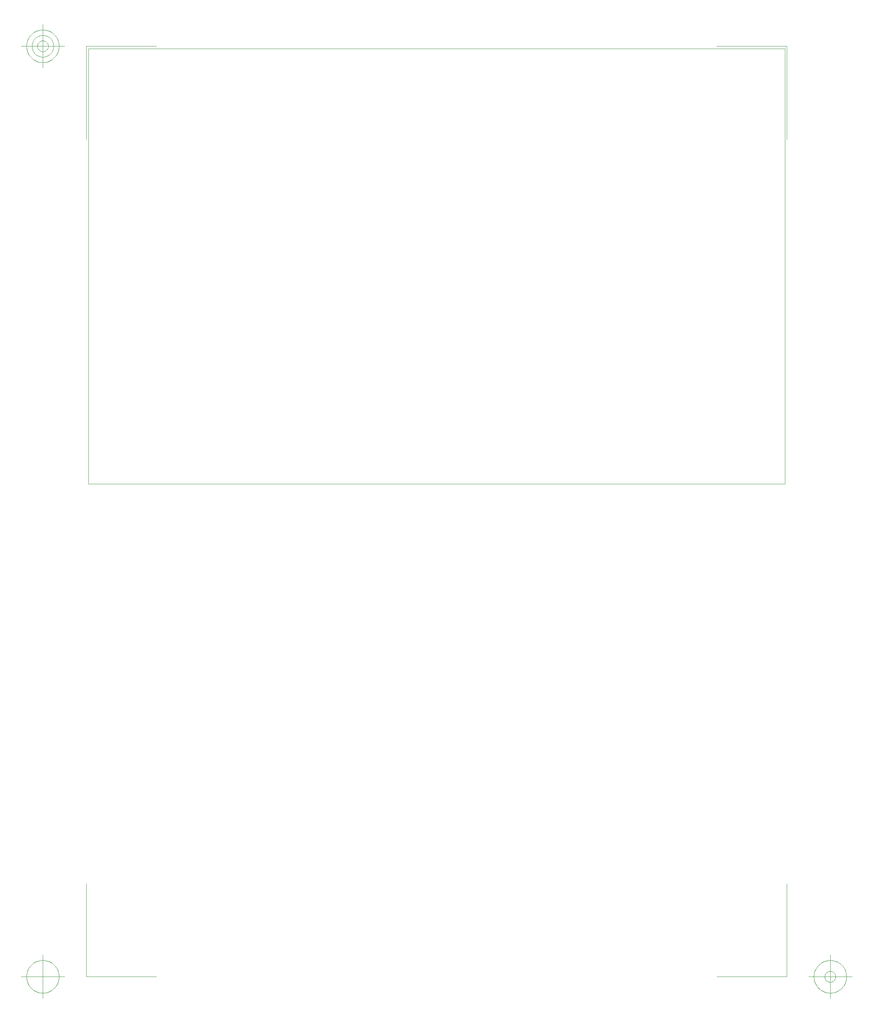
<source format=gbr>
G04 Generated by Ultiboard 10.0 *
%FSLAX25Y25*%
%MOIN*%

%ADD23C,0.00004*%
%ADD22C,0.00394*%


G04 ColorRGB 00FFFF for the following layer *
%LNLeiterplattenumriss*%
%LPD*%
%FSLAX25Y25*%
%MOIN*%
G54D23*
X0Y0D02*
X629921Y0D01*
X629921Y0D02*
X629921Y393701D01*
X629921Y393701D02*
X0Y393701D01*
X0Y393701D02*
X0Y0D01*
X0Y0D02*
X629921Y0D01*
X629921Y0D02*
X629921Y393701D01*
X629921Y393701D02*
X0Y393701D01*
X0Y393701D02*
X0Y0D01*
G54D22*
X-2000Y-445688D02*
X-2000Y-361519D01*
X-2000Y-445688D02*
X61350Y-445688D01*
X631500Y-445688D02*
X568150Y-445688D01*
X631500Y-445688D02*
X631500Y-361519D01*
X631500Y396000D02*
X631500Y311831D01*
X631500Y396000D02*
X568150Y396000D01*
X-2000Y396000D02*
X61350Y396000D01*
X-2000Y396000D02*
X-2000Y311831D01*
X-21685Y-445688D02*
X-61055Y-445688D01*
X-41370Y-465373D02*
X-41370Y-426003D01*
X-26606Y-445688D02*
X-26677Y-444241D01*
X-26677Y-444241D02*
X-26890Y-442807D01*
X-26890Y-442807D02*
X-27242Y-441402D01*
X-27242Y-441402D02*
X-27730Y-440038D01*
X-27730Y-440038D02*
X-28350Y-438728D01*
X-28350Y-438728D02*
X-29094Y-437485D01*
X-29094Y-437485D02*
X-29958Y-436322D01*
X-29958Y-436322D02*
X-30931Y-435248D01*
X-30931Y-435248D02*
X-32004Y-434275D01*
X-32004Y-434275D02*
X-33168Y-433412D01*
X-33168Y-433412D02*
X-34410Y-432667D01*
X-34410Y-432667D02*
X-35720Y-432048D01*
X-35720Y-432048D02*
X-37084Y-431560D01*
X-37084Y-431560D02*
X-38490Y-431208D01*
X-38490Y-431208D02*
X-39923Y-430995D01*
X-39923Y-430995D02*
X-41370Y-430924D01*
X-41370Y-430924D02*
X-42817Y-430995D01*
X-42817Y-430995D02*
X-44250Y-431208D01*
X-44250Y-431208D02*
X-45656Y-431560D01*
X-45656Y-431560D02*
X-47020Y-432048D01*
X-47020Y-432048D02*
X-48330Y-432667D01*
X-48330Y-432667D02*
X-49572Y-433412D01*
X-49572Y-433412D02*
X-50736Y-434275D01*
X-50736Y-434275D02*
X-51810Y-435248D01*
X-51810Y-435248D02*
X-52783Y-436322D01*
X-52783Y-436322D02*
X-53646Y-437485D01*
X-53646Y-437485D02*
X-54391Y-438728D01*
X-54391Y-438728D02*
X-55010Y-440038D01*
X-55010Y-440038D02*
X-55498Y-441402D01*
X-55498Y-441402D02*
X-55850Y-442807D01*
X-55850Y-442807D02*
X-56063Y-444241D01*
X-56063Y-444241D02*
X-56134Y-445688D01*
X-56134Y-445688D02*
X-56063Y-447135D01*
X-56063Y-447135D02*
X-55850Y-448568D01*
X-55850Y-448568D02*
X-55498Y-449973D01*
X-55498Y-449973D02*
X-55010Y-451338D01*
X-55010Y-451338D02*
X-54391Y-452647D01*
X-54391Y-452647D02*
X-53646Y-453890D01*
X-53646Y-453890D02*
X-52783Y-455054D01*
X-52783Y-455054D02*
X-51810Y-456127D01*
X-51810Y-456127D02*
X-50736Y-457100D01*
X-50736Y-457100D02*
X-49572Y-457963D01*
X-49572Y-457963D02*
X-48330Y-458708D01*
X-48330Y-458708D02*
X-47020Y-459328D01*
X-47020Y-459328D02*
X-45656Y-459816D01*
X-45656Y-459816D02*
X-44250Y-460168D01*
X-44250Y-460168D02*
X-42817Y-460380D01*
X-42817Y-460380D02*
X-41370Y-460452D01*
X-41370Y-460452D02*
X-39923Y-460380D01*
X-39923Y-460380D02*
X-38490Y-460168D01*
X-38490Y-460168D02*
X-37084Y-459816D01*
X-37084Y-459816D02*
X-35720Y-459328D01*
X-35720Y-459328D02*
X-34410Y-458708D01*
X-34410Y-458708D02*
X-33168Y-457963D01*
X-33168Y-457963D02*
X-32004Y-457100D01*
X-32004Y-457100D02*
X-30931Y-456127D01*
X-30931Y-456127D02*
X-29958Y-455054D01*
X-29958Y-455054D02*
X-29094Y-453890D01*
X-29094Y-453890D02*
X-28350Y-452647D01*
X-28350Y-452647D02*
X-27730Y-451338D01*
X-27730Y-451338D02*
X-27242Y-449973D01*
X-27242Y-449973D02*
X-26890Y-448568D01*
X-26890Y-448568D02*
X-26677Y-447135D01*
X-26677Y-447135D02*
X-26606Y-445688D01*
X651185Y-445688D02*
X690555Y-445688D01*
X670870Y-465373D02*
X670870Y-426003D01*
X685634Y-445688D02*
X685563Y-444241D01*
X685563Y-444241D02*
X685350Y-442807D01*
X685350Y-442807D02*
X684998Y-441402D01*
X684998Y-441402D02*
X684510Y-440038D01*
X684510Y-440038D02*
X683891Y-438728D01*
X683891Y-438728D02*
X683146Y-437485D01*
X683146Y-437485D02*
X682283Y-436322D01*
X682283Y-436322D02*
X681310Y-435248D01*
X681310Y-435248D02*
X680236Y-434275D01*
X680236Y-434275D02*
X679072Y-433412D01*
X679072Y-433412D02*
X677830Y-432667D01*
X677830Y-432667D02*
X676520Y-432048D01*
X676520Y-432048D02*
X675156Y-431560D01*
X675156Y-431560D02*
X673750Y-431208D01*
X673750Y-431208D02*
X672317Y-430995D01*
X672317Y-430995D02*
X670870Y-430924D01*
X670870Y-430924D02*
X669423Y-430995D01*
X669423Y-430995D02*
X667990Y-431208D01*
X667990Y-431208D02*
X666584Y-431560D01*
X666584Y-431560D02*
X665220Y-432048D01*
X665220Y-432048D02*
X663910Y-432667D01*
X663910Y-432667D02*
X662668Y-433412D01*
X662668Y-433412D02*
X661504Y-434275D01*
X661504Y-434275D02*
X660431Y-435248D01*
X660431Y-435248D02*
X659458Y-436322D01*
X659458Y-436322D02*
X658594Y-437485D01*
X658594Y-437485D02*
X657850Y-438728D01*
X657850Y-438728D02*
X657230Y-440038D01*
X657230Y-440038D02*
X656742Y-441402D01*
X656742Y-441402D02*
X656390Y-442807D01*
X656390Y-442807D02*
X656177Y-444241D01*
X656177Y-444241D02*
X656106Y-445688D01*
X656106Y-445688D02*
X656177Y-447135D01*
X656177Y-447135D02*
X656390Y-448568D01*
X656390Y-448568D02*
X656742Y-449973D01*
X656742Y-449973D02*
X657230Y-451338D01*
X657230Y-451338D02*
X657850Y-452647D01*
X657850Y-452647D02*
X658594Y-453890D01*
X658594Y-453890D02*
X659458Y-455054D01*
X659458Y-455054D02*
X660431Y-456127D01*
X660431Y-456127D02*
X661504Y-457100D01*
X661504Y-457100D02*
X662668Y-457963D01*
X662668Y-457963D02*
X663910Y-458708D01*
X663910Y-458708D02*
X665220Y-459328D01*
X665220Y-459328D02*
X666584Y-459816D01*
X666584Y-459816D02*
X667990Y-460168D01*
X667990Y-460168D02*
X669423Y-460380D01*
X669423Y-460380D02*
X670870Y-460452D01*
X670870Y-460452D02*
X672317Y-460380D01*
X672317Y-460380D02*
X673750Y-460168D01*
X673750Y-460168D02*
X675156Y-459816D01*
X675156Y-459816D02*
X676520Y-459328D01*
X676520Y-459328D02*
X677830Y-458708D01*
X677830Y-458708D02*
X679072Y-457963D01*
X679072Y-457963D02*
X680236Y-457100D01*
X680236Y-457100D02*
X681310Y-456127D01*
X681310Y-456127D02*
X682283Y-455054D01*
X682283Y-455054D02*
X683146Y-453890D01*
X683146Y-453890D02*
X683891Y-452647D01*
X683891Y-452647D02*
X684510Y-451338D01*
X684510Y-451338D02*
X684998Y-449973D01*
X684998Y-449973D02*
X685350Y-448568D01*
X685350Y-448568D02*
X685563Y-447135D01*
X685563Y-447135D02*
X685634Y-445688D01*
X675791Y-445688D02*
X675768Y-445205D01*
X675768Y-445205D02*
X675697Y-444728D01*
X675697Y-444728D02*
X675579Y-444259D01*
X675579Y-444259D02*
X675417Y-443804D01*
X675417Y-443804D02*
X675210Y-443368D01*
X675210Y-443368D02*
X674962Y-442954D01*
X674962Y-442954D02*
X674674Y-442566D01*
X674674Y-442566D02*
X674350Y-442208D01*
X674350Y-442208D02*
X673992Y-441884D01*
X673992Y-441884D02*
X673604Y-441596D01*
X673604Y-441596D02*
X673190Y-441348D01*
X673190Y-441348D02*
X672753Y-441141D01*
X672753Y-441141D02*
X672299Y-440978D01*
X672299Y-440978D02*
X671830Y-440861D01*
X671830Y-440861D02*
X671352Y-440790D01*
X671352Y-440790D02*
X670870Y-440766D01*
X670870Y-440766D02*
X670388Y-440790D01*
X670388Y-440790D02*
X669910Y-440861D01*
X669910Y-440861D02*
X669442Y-440978D01*
X669442Y-440978D02*
X668987Y-441141D01*
X668987Y-441141D02*
X668550Y-441348D01*
X668550Y-441348D02*
X668136Y-441596D01*
X668136Y-441596D02*
X667748Y-441884D01*
X667748Y-441884D02*
X667390Y-442208D01*
X667390Y-442208D02*
X667066Y-442566D01*
X667066Y-442566D02*
X666778Y-442954D01*
X666778Y-442954D02*
X666530Y-443368D01*
X666530Y-443368D02*
X666323Y-443804D01*
X666323Y-443804D02*
X666161Y-444259D01*
X666161Y-444259D02*
X666043Y-444728D01*
X666043Y-444728D02*
X665973Y-445205D01*
X665973Y-445205D02*
X665949Y-445688D01*
X665949Y-445688D02*
X665973Y-446170D01*
X665973Y-446170D02*
X666043Y-446648D01*
X666043Y-446648D02*
X666161Y-447116D01*
X666161Y-447116D02*
X666323Y-447571D01*
X666323Y-447571D02*
X666530Y-448008D01*
X666530Y-448008D02*
X666778Y-448422D01*
X666778Y-448422D02*
X667066Y-448810D01*
X667066Y-448810D02*
X667390Y-449168D01*
X667390Y-449168D02*
X667748Y-449492D01*
X667748Y-449492D02*
X668136Y-449780D01*
X668136Y-449780D02*
X668550Y-450028D01*
X668550Y-450028D02*
X668987Y-450234D01*
X668987Y-450234D02*
X669442Y-450397D01*
X669442Y-450397D02*
X669910Y-450514D01*
X669910Y-450514D02*
X670388Y-450585D01*
X670388Y-450585D02*
X670870Y-450609D01*
X670870Y-450609D02*
X671352Y-450585D01*
X671352Y-450585D02*
X671830Y-450514D01*
X671830Y-450514D02*
X672299Y-450397D01*
X672299Y-450397D02*
X672753Y-450234D01*
X672753Y-450234D02*
X673190Y-450028D01*
X673190Y-450028D02*
X673604Y-449780D01*
X673604Y-449780D02*
X673992Y-449492D01*
X673992Y-449492D02*
X674350Y-449168D01*
X674350Y-449168D02*
X674674Y-448810D01*
X674674Y-448810D02*
X674962Y-448422D01*
X674962Y-448422D02*
X675210Y-448008D01*
X675210Y-448008D02*
X675417Y-447571D01*
X675417Y-447571D02*
X675579Y-447116D01*
X675579Y-447116D02*
X675697Y-446648D01*
X675697Y-446648D02*
X675768Y-446170D01*
X675768Y-446170D02*
X675791Y-445688D01*
X-21685Y396000D02*
X-61055Y396000D01*
X-41370Y376315D02*
X-41370Y415685D01*
X-26606Y396000D02*
X-26677Y397447D01*
X-26677Y397447D02*
X-26890Y398880D01*
X-26890Y398880D02*
X-27242Y400286D01*
X-27242Y400286D02*
X-27730Y401650D01*
X-27730Y401650D02*
X-28350Y402960D01*
X-28350Y402960D02*
X-29094Y404202D01*
X-29094Y404202D02*
X-29958Y405366D01*
X-29958Y405366D02*
X-30931Y406440D01*
X-30931Y406440D02*
X-32004Y407413D01*
X-32004Y407413D02*
X-33168Y408276D01*
X-33168Y408276D02*
X-34410Y409020D01*
X-34410Y409020D02*
X-35720Y409640D01*
X-35720Y409640D02*
X-37084Y410128D01*
X-37084Y410128D02*
X-38490Y410480D01*
X-38490Y410480D02*
X-39923Y410693D01*
X-39923Y410693D02*
X-41370Y410764D01*
X-41370Y410764D02*
X-42817Y410693D01*
X-42817Y410693D02*
X-44250Y410480D01*
X-44250Y410480D02*
X-45656Y410128D01*
X-45656Y410128D02*
X-47020Y409640D01*
X-47020Y409640D02*
X-48330Y409020D01*
X-48330Y409020D02*
X-49572Y408276D01*
X-49572Y408276D02*
X-50736Y407413D01*
X-50736Y407413D02*
X-51810Y406440D01*
X-51810Y406440D02*
X-52783Y405366D01*
X-52783Y405366D02*
X-53646Y404202D01*
X-53646Y404202D02*
X-54391Y402960D01*
X-54391Y402960D02*
X-55010Y401650D01*
X-55010Y401650D02*
X-55498Y400286D01*
X-55498Y400286D02*
X-55850Y398880D01*
X-55850Y398880D02*
X-56063Y397447D01*
X-56063Y397447D02*
X-56134Y396000D01*
X-56134Y396000D02*
X-56063Y394553D01*
X-56063Y394553D02*
X-55850Y393120D01*
X-55850Y393120D02*
X-55498Y391714D01*
X-55498Y391714D02*
X-55010Y390350D01*
X-55010Y390350D02*
X-54391Y389040D01*
X-54391Y389040D02*
X-53646Y387798D01*
X-53646Y387798D02*
X-52783Y386634D01*
X-52783Y386634D02*
X-51810Y385560D01*
X-51810Y385560D02*
X-50736Y384587D01*
X-50736Y384587D02*
X-49572Y383724D01*
X-49572Y383724D02*
X-48330Y382980D01*
X-48330Y382980D02*
X-47020Y382360D01*
X-47020Y382360D02*
X-45656Y381872D01*
X-45656Y381872D02*
X-44250Y381520D01*
X-44250Y381520D02*
X-42817Y381307D01*
X-42817Y381307D02*
X-41370Y381236D01*
X-41370Y381236D02*
X-39923Y381307D01*
X-39923Y381307D02*
X-38490Y381520D01*
X-38490Y381520D02*
X-37084Y381872D01*
X-37084Y381872D02*
X-35720Y382360D01*
X-35720Y382360D02*
X-34410Y382980D01*
X-34410Y382980D02*
X-33168Y383724D01*
X-33168Y383724D02*
X-32004Y384587D01*
X-32004Y384587D02*
X-30931Y385560D01*
X-30931Y385560D02*
X-29958Y386634D01*
X-29958Y386634D02*
X-29094Y387798D01*
X-29094Y387798D02*
X-28350Y389040D01*
X-28350Y389040D02*
X-27730Y390350D01*
X-27730Y390350D02*
X-27242Y391714D01*
X-27242Y391714D02*
X-26890Y393120D01*
X-26890Y393120D02*
X-26677Y394553D01*
X-26677Y394553D02*
X-26606Y396000D01*
X-31528Y396000D02*
X-31575Y396965D01*
X-31575Y396965D02*
X-31717Y397920D01*
X-31717Y397920D02*
X-31951Y398857D01*
X-31951Y398857D02*
X-32277Y399767D01*
X-32277Y399767D02*
X-32690Y400640D01*
X-32690Y400640D02*
X-33186Y401468D01*
X-33186Y401468D02*
X-33762Y402244D01*
X-33762Y402244D02*
X-34410Y402960D01*
X-34410Y402960D02*
X-35126Y403608D01*
X-35126Y403608D02*
X-35902Y404184D01*
X-35902Y404184D02*
X-36730Y404680D01*
X-36730Y404680D02*
X-37604Y405093D01*
X-37604Y405093D02*
X-38513Y405419D01*
X-38513Y405419D02*
X-39450Y405653D01*
X-39450Y405653D02*
X-40405Y405795D01*
X-40405Y405795D02*
X-41370Y405843D01*
X-41370Y405843D02*
X-42335Y405795D01*
X-42335Y405795D02*
X-43290Y405653D01*
X-43290Y405653D02*
X-44227Y405419D01*
X-44227Y405419D02*
X-45137Y405093D01*
X-45137Y405093D02*
X-46010Y404680D01*
X-46010Y404680D02*
X-46838Y404184D01*
X-46838Y404184D02*
X-47614Y403608D01*
X-47614Y403608D02*
X-48330Y402960D01*
X-48330Y402960D02*
X-48978Y402244D01*
X-48978Y402244D02*
X-49554Y401468D01*
X-49554Y401468D02*
X-50050Y400640D01*
X-50050Y400640D02*
X-50463Y399767D01*
X-50463Y399767D02*
X-50789Y398857D01*
X-50789Y398857D02*
X-51023Y397920D01*
X-51023Y397920D02*
X-51165Y396965D01*
X-51165Y396965D02*
X-51213Y396000D01*
X-51213Y396000D02*
X-51165Y395035D01*
X-51165Y395035D02*
X-51023Y394080D01*
X-51023Y394080D02*
X-50789Y393143D01*
X-50789Y393143D02*
X-50463Y392233D01*
X-50463Y392233D02*
X-50050Y391360D01*
X-50050Y391360D02*
X-49554Y390532D01*
X-49554Y390532D02*
X-48978Y389756D01*
X-48978Y389756D02*
X-48330Y389040D01*
X-48330Y389040D02*
X-47614Y388392D01*
X-47614Y388392D02*
X-46838Y387816D01*
X-46838Y387816D02*
X-46010Y387320D01*
X-46010Y387320D02*
X-45137Y386907D01*
X-45137Y386907D02*
X-44227Y386581D01*
X-44227Y386581D02*
X-43290Y386347D01*
X-43290Y386347D02*
X-42335Y386205D01*
X-42335Y386205D02*
X-41370Y386157D01*
X-41370Y386157D02*
X-40405Y386205D01*
X-40405Y386205D02*
X-39450Y386347D01*
X-39450Y386347D02*
X-38513Y386581D01*
X-38513Y386581D02*
X-37604Y386907D01*
X-37604Y386907D02*
X-36730Y387320D01*
X-36730Y387320D02*
X-35902Y387816D01*
X-35902Y387816D02*
X-35126Y388392D01*
X-35126Y388392D02*
X-34410Y389040D01*
X-34410Y389040D02*
X-33762Y389756D01*
X-33762Y389756D02*
X-33186Y390532D01*
X-33186Y390532D02*
X-32690Y391360D01*
X-32690Y391360D02*
X-32277Y392233D01*
X-32277Y392233D02*
X-31951Y393143D01*
X-31951Y393143D02*
X-31717Y394080D01*
X-31717Y394080D02*
X-31575Y395035D01*
X-31575Y395035D02*
X-31528Y396000D01*
X-36449Y396000D02*
X-36473Y396482D01*
X-36473Y396482D02*
X-36543Y396960D01*
X-36543Y396960D02*
X-36661Y397429D01*
X-36661Y397429D02*
X-36823Y397883D01*
X-36823Y397883D02*
X-37030Y398320D01*
X-37030Y398320D02*
X-37278Y398734D01*
X-37278Y398734D02*
X-37566Y399122D01*
X-37566Y399122D02*
X-37890Y399480D01*
X-37890Y399480D02*
X-38248Y399804D01*
X-38248Y399804D02*
X-38636Y400092D01*
X-38636Y400092D02*
X-39050Y400340D01*
X-39050Y400340D02*
X-39487Y400547D01*
X-39487Y400547D02*
X-39942Y400709D01*
X-39942Y400709D02*
X-40410Y400827D01*
X-40410Y400827D02*
X-40888Y400898D01*
X-40888Y400898D02*
X-41370Y400921D01*
X-41370Y400921D02*
X-41852Y400898D01*
X-41852Y400898D02*
X-42330Y400827D01*
X-42330Y400827D02*
X-42799Y400709D01*
X-42799Y400709D02*
X-43253Y400547D01*
X-43253Y400547D02*
X-43690Y400340D01*
X-43690Y400340D02*
X-44104Y400092D01*
X-44104Y400092D02*
X-44492Y399804D01*
X-44492Y399804D02*
X-44850Y399480D01*
X-44850Y399480D02*
X-45174Y399122D01*
X-45174Y399122D02*
X-45462Y398734D01*
X-45462Y398734D02*
X-45710Y398320D01*
X-45710Y398320D02*
X-45917Y397883D01*
X-45917Y397883D02*
X-46079Y397429D01*
X-46079Y397429D02*
X-46197Y396960D01*
X-46197Y396960D02*
X-46268Y396482D01*
X-46268Y396482D02*
X-46291Y396000D01*
X-46291Y396000D02*
X-46268Y395518D01*
X-46268Y395518D02*
X-46197Y395040D01*
X-46197Y395040D02*
X-46079Y394571D01*
X-46079Y394571D02*
X-45917Y394117D01*
X-45917Y394117D02*
X-45710Y393680D01*
X-45710Y393680D02*
X-45462Y393266D01*
X-45462Y393266D02*
X-45174Y392878D01*
X-45174Y392878D02*
X-44850Y392520D01*
X-44850Y392520D02*
X-44492Y392196D01*
X-44492Y392196D02*
X-44104Y391908D01*
X-44104Y391908D02*
X-43690Y391660D01*
X-43690Y391660D02*
X-43253Y391453D01*
X-43253Y391453D02*
X-42799Y391291D01*
X-42799Y391291D02*
X-42330Y391173D01*
X-42330Y391173D02*
X-41852Y391102D01*
X-41852Y391102D02*
X-41370Y391079D01*
X-41370Y391079D02*
X-40888Y391102D01*
X-40888Y391102D02*
X-40410Y391173D01*
X-40410Y391173D02*
X-39942Y391291D01*
X-39942Y391291D02*
X-39487Y391453D01*
X-39487Y391453D02*
X-39050Y391660D01*
X-39050Y391660D02*
X-38636Y391908D01*
X-38636Y391908D02*
X-38248Y392196D01*
X-38248Y392196D02*
X-37890Y392520D01*
X-37890Y392520D02*
X-37566Y392878D01*
X-37566Y392878D02*
X-37278Y393266D01*
X-37278Y393266D02*
X-37030Y393680D01*
X-37030Y393680D02*
X-36823Y394117D01*
X-36823Y394117D02*
X-36661Y394571D01*
X-36661Y394571D02*
X-36543Y395040D01*
X-36543Y395040D02*
X-36473Y395518D01*
X-36473Y395518D02*
X-36449Y396000D01*
X-2000Y-445688D02*
X-2000Y-361519D01*
X-2000Y-445688D02*
X61350Y-445688D01*
X631500Y-445688D02*
X568150Y-445688D01*
X631500Y-445688D02*
X631500Y-361519D01*
X631500Y396000D02*
X631500Y311831D01*
X631500Y396000D02*
X568150Y396000D01*
X-2000Y396000D02*
X61350Y396000D01*
X-2000Y396000D02*
X-2000Y311831D01*
X-21685Y-445688D02*
X-61055Y-445688D01*
X-41370Y-465373D02*
X-41370Y-426003D01*
X-26606Y-445688D02*
X-26677Y-444241D01*
X-26677Y-444241D02*
X-26890Y-442807D01*
X-26890Y-442807D02*
X-27242Y-441402D01*
X-27242Y-441402D02*
X-27730Y-440038D01*
X-27730Y-440038D02*
X-28350Y-438728D01*
X-28350Y-438728D02*
X-29094Y-437485D01*
X-29094Y-437485D02*
X-29958Y-436322D01*
X-29958Y-436322D02*
X-30931Y-435248D01*
X-30931Y-435248D02*
X-32004Y-434275D01*
X-32004Y-434275D02*
X-33168Y-433412D01*
X-33168Y-433412D02*
X-34410Y-432667D01*
X-34410Y-432667D02*
X-35720Y-432048D01*
X-35720Y-432048D02*
X-37084Y-431560D01*
X-37084Y-431560D02*
X-38490Y-431208D01*
X-38490Y-431208D02*
X-39923Y-430995D01*
X-39923Y-430995D02*
X-41370Y-430924D01*
X-41370Y-430924D02*
X-42817Y-430995D01*
X-42817Y-430995D02*
X-44250Y-431208D01*
X-44250Y-431208D02*
X-45656Y-431560D01*
X-45656Y-431560D02*
X-47020Y-432048D01*
X-47020Y-432048D02*
X-48330Y-432667D01*
X-48330Y-432667D02*
X-49572Y-433412D01*
X-49572Y-433412D02*
X-50736Y-434275D01*
X-50736Y-434275D02*
X-51810Y-435248D01*
X-51810Y-435248D02*
X-52783Y-436322D01*
X-52783Y-436322D02*
X-53646Y-437485D01*
X-53646Y-437485D02*
X-54391Y-438728D01*
X-54391Y-438728D02*
X-55010Y-440038D01*
X-55010Y-440038D02*
X-55498Y-441402D01*
X-55498Y-441402D02*
X-55850Y-442807D01*
X-55850Y-442807D02*
X-56063Y-444241D01*
X-56063Y-444241D02*
X-56134Y-445688D01*
X-56134Y-445688D02*
X-56063Y-447135D01*
X-56063Y-447135D02*
X-55850Y-448568D01*
X-55850Y-448568D02*
X-55498Y-449973D01*
X-55498Y-449973D02*
X-55010Y-451338D01*
X-55010Y-451338D02*
X-54391Y-452647D01*
X-54391Y-452647D02*
X-53646Y-453890D01*
X-53646Y-453890D02*
X-52783Y-455054D01*
X-52783Y-455054D02*
X-51810Y-456127D01*
X-51810Y-456127D02*
X-50736Y-457100D01*
X-50736Y-457100D02*
X-49572Y-457963D01*
X-49572Y-457963D02*
X-48330Y-458708D01*
X-48330Y-458708D02*
X-47020Y-459328D01*
X-47020Y-459328D02*
X-45656Y-459816D01*
X-45656Y-459816D02*
X-44250Y-460168D01*
X-44250Y-460168D02*
X-42817Y-460380D01*
X-42817Y-460380D02*
X-41370Y-460452D01*
X-41370Y-460452D02*
X-39923Y-460380D01*
X-39923Y-460380D02*
X-38490Y-460168D01*
X-38490Y-460168D02*
X-37084Y-459816D01*
X-37084Y-459816D02*
X-35720Y-459328D01*
X-35720Y-459328D02*
X-34410Y-458708D01*
X-34410Y-458708D02*
X-33168Y-457963D01*
X-33168Y-457963D02*
X-32004Y-457100D01*
X-32004Y-457100D02*
X-30931Y-456127D01*
X-30931Y-456127D02*
X-29958Y-455054D01*
X-29958Y-455054D02*
X-29094Y-453890D01*
X-29094Y-453890D02*
X-28350Y-452647D01*
X-28350Y-452647D02*
X-27730Y-451338D01*
X-27730Y-451338D02*
X-27242Y-449973D01*
X-27242Y-449973D02*
X-26890Y-448568D01*
X-26890Y-448568D02*
X-26677Y-447135D01*
X-26677Y-447135D02*
X-26606Y-445688D01*
X651185Y-445688D02*
X690555Y-445688D01*
X670870Y-465373D02*
X670870Y-426003D01*
X685634Y-445688D02*
X685563Y-444241D01*
X685563Y-444241D02*
X685350Y-442807D01*
X685350Y-442807D02*
X684998Y-441402D01*
X684998Y-441402D02*
X684510Y-440038D01*
X684510Y-440038D02*
X683891Y-438728D01*
X683891Y-438728D02*
X683146Y-437485D01*
X683146Y-437485D02*
X682283Y-436322D01*
X682283Y-436322D02*
X681310Y-435248D01*
X681310Y-435248D02*
X680236Y-434275D01*
X680236Y-434275D02*
X679072Y-433412D01*
X679072Y-433412D02*
X677830Y-432667D01*
X677830Y-432667D02*
X676520Y-432048D01*
X676520Y-432048D02*
X675156Y-431560D01*
X675156Y-431560D02*
X673750Y-431208D01*
X673750Y-431208D02*
X672317Y-430995D01*
X672317Y-430995D02*
X670870Y-430924D01*
X670870Y-430924D02*
X669423Y-430995D01*
X669423Y-430995D02*
X667990Y-431208D01*
X667990Y-431208D02*
X666584Y-431560D01*
X666584Y-431560D02*
X665220Y-432048D01*
X665220Y-432048D02*
X663910Y-432667D01*
X663910Y-432667D02*
X662668Y-433412D01*
X662668Y-433412D02*
X661504Y-434275D01*
X661504Y-434275D02*
X660431Y-435248D01*
X660431Y-435248D02*
X659458Y-436322D01*
X659458Y-436322D02*
X658594Y-437485D01*
X658594Y-437485D02*
X657850Y-438728D01*
X657850Y-438728D02*
X657230Y-440038D01*
X657230Y-440038D02*
X656742Y-441402D01*
X656742Y-441402D02*
X656390Y-442807D01*
X656390Y-442807D02*
X656177Y-444241D01*
X656177Y-444241D02*
X656106Y-445688D01*
X656106Y-445688D02*
X656177Y-447135D01*
X656177Y-447135D02*
X656390Y-448568D01*
X656390Y-448568D02*
X656742Y-449973D01*
X656742Y-449973D02*
X657230Y-451338D01*
X657230Y-451338D02*
X657850Y-452647D01*
X657850Y-452647D02*
X658594Y-453890D01*
X658594Y-453890D02*
X659458Y-455054D01*
X659458Y-455054D02*
X660431Y-456127D01*
X660431Y-456127D02*
X661504Y-457100D01*
X661504Y-457100D02*
X662668Y-457963D01*
X662668Y-457963D02*
X663910Y-458708D01*
X663910Y-458708D02*
X665220Y-459328D01*
X665220Y-459328D02*
X666584Y-459816D01*
X666584Y-459816D02*
X667990Y-460168D01*
X667990Y-460168D02*
X669423Y-460380D01*
X669423Y-460380D02*
X670870Y-460452D01*
X670870Y-460452D02*
X672317Y-460380D01*
X672317Y-460380D02*
X673750Y-460168D01*
X673750Y-460168D02*
X675156Y-459816D01*
X675156Y-459816D02*
X676520Y-459328D01*
X676520Y-459328D02*
X677830Y-458708D01*
X677830Y-458708D02*
X679072Y-457963D01*
X679072Y-457963D02*
X680236Y-457100D01*
X680236Y-457100D02*
X681310Y-456127D01*
X681310Y-456127D02*
X682283Y-455054D01*
X682283Y-455054D02*
X683146Y-453890D01*
X683146Y-453890D02*
X683891Y-452647D01*
X683891Y-452647D02*
X684510Y-451338D01*
X684510Y-451338D02*
X684998Y-449973D01*
X684998Y-449973D02*
X685350Y-448568D01*
X685350Y-448568D02*
X685563Y-447135D01*
X685563Y-447135D02*
X685634Y-445688D01*
X675791Y-445688D02*
X675768Y-445205D01*
X675768Y-445205D02*
X675697Y-444728D01*
X675697Y-444728D02*
X675579Y-444259D01*
X675579Y-444259D02*
X675417Y-443804D01*
X675417Y-443804D02*
X675210Y-443368D01*
X675210Y-443368D02*
X674962Y-442954D01*
X674962Y-442954D02*
X674674Y-442566D01*
X674674Y-442566D02*
X674350Y-442208D01*
X674350Y-442208D02*
X673992Y-441884D01*
X673992Y-441884D02*
X673604Y-441596D01*
X673604Y-441596D02*
X673190Y-441348D01*
X673190Y-441348D02*
X672753Y-441141D01*
X672753Y-441141D02*
X672299Y-440978D01*
X672299Y-440978D02*
X671830Y-440861D01*
X671830Y-440861D02*
X671352Y-440790D01*
X671352Y-440790D02*
X670870Y-440766D01*
X670870Y-440766D02*
X670388Y-440790D01*
X670388Y-440790D02*
X669910Y-440861D01*
X669910Y-440861D02*
X669442Y-440978D01*
X669442Y-440978D02*
X668987Y-441141D01*
X668987Y-441141D02*
X668550Y-441348D01*
X668550Y-441348D02*
X668136Y-441596D01*
X668136Y-441596D02*
X667748Y-441884D01*
X667748Y-441884D02*
X667390Y-442208D01*
X667390Y-442208D02*
X667066Y-442566D01*
X667066Y-442566D02*
X666778Y-442954D01*
X666778Y-442954D02*
X666530Y-443368D01*
X666530Y-443368D02*
X666323Y-443804D01*
X666323Y-443804D02*
X666161Y-444259D01*
X666161Y-444259D02*
X666043Y-444728D01*
X666043Y-444728D02*
X665973Y-445205D01*
X665973Y-445205D02*
X665949Y-445688D01*
X665949Y-445688D02*
X665973Y-446170D01*
X665973Y-446170D02*
X666043Y-446648D01*
X666043Y-446648D02*
X666161Y-447116D01*
X666161Y-447116D02*
X666323Y-447571D01*
X666323Y-447571D02*
X666530Y-448008D01*
X666530Y-448008D02*
X666778Y-448422D01*
X666778Y-448422D02*
X667066Y-448810D01*
X667066Y-448810D02*
X667390Y-449168D01*
X667390Y-449168D02*
X667748Y-449492D01*
X667748Y-449492D02*
X668136Y-449780D01*
X668136Y-449780D02*
X668550Y-450028D01*
X668550Y-450028D02*
X668987Y-450234D01*
X668987Y-450234D02*
X669442Y-450397D01*
X669442Y-450397D02*
X669910Y-450514D01*
X669910Y-450514D02*
X670388Y-450585D01*
X670388Y-450585D02*
X670870Y-450609D01*
X670870Y-450609D02*
X671352Y-450585D01*
X671352Y-450585D02*
X671830Y-450514D01*
X671830Y-450514D02*
X672299Y-450397D01*
X672299Y-450397D02*
X672753Y-450234D01*
X672753Y-450234D02*
X673190Y-450028D01*
X673190Y-450028D02*
X673604Y-449780D01*
X673604Y-449780D02*
X673992Y-449492D01*
X673992Y-449492D02*
X674350Y-449168D01*
X674350Y-449168D02*
X674674Y-448810D01*
X674674Y-448810D02*
X674962Y-448422D01*
X674962Y-448422D02*
X675210Y-448008D01*
X675210Y-448008D02*
X675417Y-447571D01*
X675417Y-447571D02*
X675579Y-447116D01*
X675579Y-447116D02*
X675697Y-446648D01*
X675697Y-446648D02*
X675768Y-446170D01*
X675768Y-446170D02*
X675791Y-445688D01*
X-21685Y396000D02*
X-61055Y396000D01*
X-41370Y376315D02*
X-41370Y415685D01*
X-26606Y396000D02*
X-26677Y397447D01*
X-26677Y397447D02*
X-26890Y398880D01*
X-26890Y398880D02*
X-27242Y400286D01*
X-27242Y400286D02*
X-27730Y401650D01*
X-27730Y401650D02*
X-28350Y402960D01*
X-28350Y402960D02*
X-29094Y404202D01*
X-29094Y404202D02*
X-29958Y405366D01*
X-29958Y405366D02*
X-30931Y406440D01*
X-30931Y406440D02*
X-32004Y407413D01*
X-32004Y407413D02*
X-33168Y408276D01*
X-33168Y408276D02*
X-34410Y409020D01*
X-34410Y409020D02*
X-35720Y409640D01*
X-35720Y409640D02*
X-37084Y410128D01*
X-37084Y410128D02*
X-38490Y410480D01*
X-38490Y410480D02*
X-39923Y410693D01*
X-39923Y410693D02*
X-41370Y410764D01*
X-41370Y410764D02*
X-42817Y410693D01*
X-42817Y410693D02*
X-44250Y410480D01*
X-44250Y410480D02*
X-45656Y410128D01*
X-45656Y410128D02*
X-47020Y409640D01*
X-47020Y409640D02*
X-48330Y409020D01*
X-48330Y409020D02*
X-49572Y408276D01*
X-49572Y408276D02*
X-50736Y407413D01*
X-50736Y407413D02*
X-51810Y406440D01*
X-51810Y406440D02*
X-52783Y405366D01*
X-52783Y405366D02*
X-53646Y404202D01*
X-53646Y404202D02*
X-54391Y402960D01*
X-54391Y402960D02*
X-55010Y401650D01*
X-55010Y401650D02*
X-55498Y400286D01*
X-55498Y400286D02*
X-55850Y398880D01*
X-55850Y398880D02*
X-56063Y397447D01*
X-56063Y397447D02*
X-56134Y396000D01*
X-56134Y396000D02*
X-56063Y394553D01*
X-56063Y394553D02*
X-55850Y393120D01*
X-55850Y393120D02*
X-55498Y391714D01*
X-55498Y391714D02*
X-55010Y390350D01*
X-55010Y390350D02*
X-54391Y389040D01*
X-54391Y389040D02*
X-53646Y387798D01*
X-53646Y387798D02*
X-52783Y386634D01*
X-52783Y386634D02*
X-51810Y385560D01*
X-51810Y385560D02*
X-50736Y384587D01*
X-50736Y384587D02*
X-49572Y383724D01*
X-49572Y383724D02*
X-48330Y382980D01*
X-48330Y382980D02*
X-47020Y382360D01*
X-47020Y382360D02*
X-45656Y381872D01*
X-45656Y381872D02*
X-44250Y381520D01*
X-44250Y381520D02*
X-42817Y381307D01*
X-42817Y381307D02*
X-41370Y381236D01*
X-41370Y381236D02*
X-39923Y381307D01*
X-39923Y381307D02*
X-38490Y381520D01*
X-38490Y381520D02*
X-37084Y381872D01*
X-37084Y381872D02*
X-35720Y382360D01*
X-35720Y382360D02*
X-34410Y382980D01*
X-34410Y382980D02*
X-33168Y383724D01*
X-33168Y383724D02*
X-32004Y384587D01*
X-32004Y384587D02*
X-30931Y385560D01*
X-30931Y385560D02*
X-29958Y386634D01*
X-29958Y386634D02*
X-29094Y387798D01*
X-29094Y387798D02*
X-28350Y389040D01*
X-28350Y389040D02*
X-27730Y390350D01*
X-27730Y390350D02*
X-27242Y391714D01*
X-27242Y391714D02*
X-26890Y393120D01*
X-26890Y393120D02*
X-26677Y394553D01*
X-26677Y394553D02*
X-26606Y396000D01*
X-31528Y396000D02*
X-31575Y396965D01*
X-31575Y396965D02*
X-31717Y397920D01*
X-31717Y397920D02*
X-31951Y398857D01*
X-31951Y398857D02*
X-32277Y399767D01*
X-32277Y399767D02*
X-32690Y400640D01*
X-32690Y400640D02*
X-33186Y401468D01*
X-33186Y401468D02*
X-33762Y402244D01*
X-33762Y402244D02*
X-34410Y402960D01*
X-34410Y402960D02*
X-35126Y403608D01*
X-35126Y403608D02*
X-35902Y404184D01*
X-35902Y404184D02*
X-36730Y404680D01*
X-36730Y404680D02*
X-37604Y405093D01*
X-37604Y405093D02*
X-38513Y405419D01*
X-38513Y405419D02*
X-39450Y405653D01*
X-39450Y405653D02*
X-40405Y405795D01*
X-40405Y405795D02*
X-41370Y405843D01*
X-41370Y405843D02*
X-42335Y405795D01*
X-42335Y405795D02*
X-43290Y405653D01*
X-43290Y405653D02*
X-44227Y405419D01*
X-44227Y405419D02*
X-45137Y405093D01*
X-45137Y405093D02*
X-46010Y404680D01*
X-46010Y404680D02*
X-46838Y404184D01*
X-46838Y404184D02*
X-47614Y403608D01*
X-47614Y403608D02*
X-48330Y402960D01*
X-48330Y402960D02*
X-48978Y402244D01*
X-48978Y402244D02*
X-49554Y401468D01*
X-49554Y401468D02*
X-50050Y400640D01*
X-50050Y400640D02*
X-50463Y399767D01*
X-50463Y399767D02*
X-50789Y398857D01*
X-50789Y398857D02*
X-51023Y397920D01*
X-51023Y397920D02*
X-51165Y396965D01*
X-51165Y396965D02*
X-51213Y396000D01*
X-51213Y396000D02*
X-51165Y395035D01*
X-51165Y395035D02*
X-51023Y394080D01*
X-51023Y394080D02*
X-50789Y393143D01*
X-50789Y393143D02*
X-50463Y392233D01*
X-50463Y392233D02*
X-50050Y391360D01*
X-50050Y391360D02*
X-49554Y390532D01*
X-49554Y390532D02*
X-48978Y389756D01*
X-48978Y389756D02*
X-48330Y389040D01*
X-48330Y389040D02*
X-47614Y388392D01*
X-47614Y388392D02*
X-46838Y387816D01*
X-46838Y387816D02*
X-46010Y387320D01*
X-46010Y387320D02*
X-45137Y386907D01*
X-45137Y386907D02*
X-44227Y386581D01*
X-44227Y386581D02*
X-43290Y386347D01*
X-43290Y386347D02*
X-42335Y386205D01*
X-42335Y386205D02*
X-41370Y386157D01*
X-41370Y386157D02*
X-40405Y386205D01*
X-40405Y386205D02*
X-39450Y386347D01*
X-39450Y386347D02*
X-38513Y386581D01*
X-38513Y386581D02*
X-37604Y386907D01*
X-37604Y386907D02*
X-36730Y387320D01*
X-36730Y387320D02*
X-35902Y387816D01*
X-35902Y387816D02*
X-35126Y388392D01*
X-35126Y388392D02*
X-34410Y389040D01*
X-34410Y389040D02*
X-33762Y389756D01*
X-33762Y389756D02*
X-33186Y390532D01*
X-33186Y390532D02*
X-32690Y391360D01*
X-32690Y391360D02*
X-32277Y392233D01*
X-32277Y392233D02*
X-31951Y393143D01*
X-31951Y393143D02*
X-31717Y394080D01*
X-31717Y394080D02*
X-31575Y395035D01*
X-31575Y395035D02*
X-31528Y396000D01*
X-36449Y396000D02*
X-36473Y396482D01*
X-36473Y396482D02*
X-36543Y396960D01*
X-36543Y396960D02*
X-36661Y397429D01*
X-36661Y397429D02*
X-36823Y397883D01*
X-36823Y397883D02*
X-37030Y398320D01*
X-37030Y398320D02*
X-37278Y398734D01*
X-37278Y398734D02*
X-37566Y399122D01*
X-37566Y399122D02*
X-37890Y399480D01*
X-37890Y399480D02*
X-38248Y399804D01*
X-38248Y399804D02*
X-38636Y400092D01*
X-38636Y400092D02*
X-39050Y400340D01*
X-39050Y400340D02*
X-39487Y400547D01*
X-39487Y400547D02*
X-39942Y400709D01*
X-39942Y400709D02*
X-40410Y400827D01*
X-40410Y400827D02*
X-40888Y400898D01*
X-40888Y400898D02*
X-41370Y400921D01*
X-41370Y400921D02*
X-41852Y400898D01*
X-41852Y400898D02*
X-42330Y400827D01*
X-42330Y400827D02*
X-42799Y400709D01*
X-42799Y400709D02*
X-43253Y400547D01*
X-43253Y400547D02*
X-43690Y400340D01*
X-43690Y400340D02*
X-44104Y400092D01*
X-44104Y400092D02*
X-44492Y399804D01*
X-44492Y399804D02*
X-44850Y399480D01*
X-44850Y399480D02*
X-45174Y399122D01*
X-45174Y399122D02*
X-45462Y398734D01*
X-45462Y398734D02*
X-45710Y398320D01*
X-45710Y398320D02*
X-45917Y397883D01*
X-45917Y397883D02*
X-46079Y397429D01*
X-46079Y397429D02*
X-46197Y396960D01*
X-46197Y396960D02*
X-46268Y396482D01*
X-46268Y396482D02*
X-46291Y396000D01*
X-46291Y396000D02*
X-46268Y395518D01*
X-46268Y395518D02*
X-46197Y395040D01*
X-46197Y395040D02*
X-46079Y394571D01*
X-46079Y394571D02*
X-45917Y394117D01*
X-45917Y394117D02*
X-45710Y393680D01*
X-45710Y393680D02*
X-45462Y393266D01*
X-45462Y393266D02*
X-45174Y392878D01*
X-45174Y392878D02*
X-44850Y392520D01*
X-44850Y392520D02*
X-44492Y392196D01*
X-44492Y392196D02*
X-44104Y391908D01*
X-44104Y391908D02*
X-43690Y391660D01*
X-43690Y391660D02*
X-43253Y391453D01*
X-43253Y391453D02*
X-42799Y391291D01*
X-42799Y391291D02*
X-42330Y391173D01*
X-42330Y391173D02*
X-41852Y391102D01*
X-41852Y391102D02*
X-41370Y391079D01*
X-41370Y391079D02*
X-40888Y391102D01*
X-40888Y391102D02*
X-40410Y391173D01*
X-40410Y391173D02*
X-39942Y391291D01*
X-39942Y391291D02*
X-39487Y391453D01*
X-39487Y391453D02*
X-39050Y391660D01*
X-39050Y391660D02*
X-38636Y391908D01*
X-38636Y391908D02*
X-38248Y392196D01*
X-38248Y392196D02*
X-37890Y392520D01*
X-37890Y392520D02*
X-37566Y392878D01*
X-37566Y392878D02*
X-37278Y393266D01*
X-37278Y393266D02*
X-37030Y393680D01*
X-37030Y393680D02*
X-36823Y394117D01*
X-36823Y394117D02*
X-36661Y394571D01*
X-36661Y394571D02*
X-36543Y395040D01*
X-36543Y395040D02*
X-36473Y395518D01*
X-36473Y395518D02*
X-36449Y396000D01*

M00*

</source>
